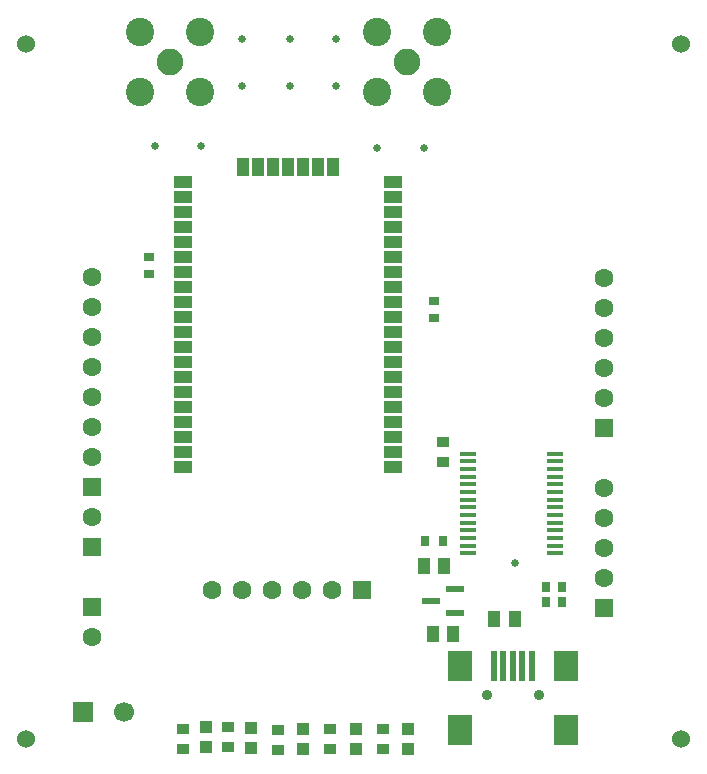
<source format=gbr>
%TF.GenerationSoftware,Altium Limited,Altium NEXUS,2.1.7 (73)*%
G04 Layer_Color=255*
%FSLAX44Y44*%
%MOMM*%
%TF.FileFunction,Pads,Top*%
%TF.Part,Single*%
G01*
G75*
%TA.AperFunction,SMDPad,CuDef*%
%ADD12R,1.6100X0.6100*%
%ADD13R,1.1000X1.3800*%
%ADD14R,1.0000X0.9000*%
%ADD15R,1.0000X1.1000*%
%ADD16R,2.0000X2.5000*%
%ADD17R,0.5000X2.5000*%
%ADD18R,0.8000X0.9000*%
%ADD19R,1.3970X0.3480*%
%ADD20R,0.9000X0.8000*%
%ADD21R,1.0160X1.5240*%
%ADD22R,1.5240X1.0160*%
%ADD23R,0.7000X0.9000*%
%TA.AperFunction,ViaPad*%
%ADD24C,0.6500*%
%TA.AperFunction,WasherPad*%
%ADD25C,1.5240*%
%TA.AperFunction,ComponentPad*%
%ADD26C,0.9000*%
%ADD27R,1.6000X1.6000*%
%ADD28C,1.6000*%
%ADD29C,2.4000*%
%ADD30C,2.2500*%
%ADD31R,1.7000X1.7000*%
%ADD32C,1.7000*%
%ADD33R,1.6000X1.6000*%
D12*
X627590Y415290D02*
D03*
X647490Y425540D02*
D03*
Y405040D02*
D03*
D13*
X628910Y387350D02*
D03*
X646170D02*
D03*
X638550Y444500D02*
D03*
X621290D02*
D03*
X680980Y400050D02*
D03*
X698240D02*
D03*
D14*
X586740Y289950D02*
D03*
Y306950D02*
D03*
X637540Y532520D02*
D03*
Y549520D02*
D03*
X542290Y289950D02*
D03*
Y306950D02*
D03*
X497840Y288680D02*
D03*
Y305680D02*
D03*
X455930Y308220D02*
D03*
Y291220D02*
D03*
X417830Y306950D02*
D03*
Y289950D02*
D03*
D15*
X608330D02*
D03*
Y306950D02*
D03*
X563880Y289950D02*
D03*
Y306950D02*
D03*
X519430Y289950D02*
D03*
Y306950D02*
D03*
X474980Y290340D02*
D03*
Y307340D02*
D03*
X436880Y291220D02*
D03*
Y308220D02*
D03*
D16*
X741420Y305580D02*
D03*
X652220D02*
D03*
X741420Y360380D02*
D03*
X652220D02*
D03*
D17*
X712820D02*
D03*
X704820D02*
D03*
X696820D02*
D03*
X688820D02*
D03*
X680820D02*
D03*
D18*
X738520Y414020D02*
D03*
X724520D02*
D03*
X738520Y426720D02*
D03*
X724520D02*
D03*
D19*
X659130Y455400D02*
D03*
Y461900D02*
D03*
Y468400D02*
D03*
Y474900D02*
D03*
Y481400D02*
D03*
Y487900D02*
D03*
Y494400D02*
D03*
Y500900D02*
D03*
Y507400D02*
D03*
Y513900D02*
D03*
Y520400D02*
D03*
Y526900D02*
D03*
Y533400D02*
D03*
Y539900D02*
D03*
X732250Y455400D02*
D03*
Y461900D02*
D03*
Y468400D02*
D03*
Y474900D02*
D03*
Y481400D02*
D03*
Y494400D02*
D03*
Y487900D02*
D03*
Y500900D02*
D03*
Y507400D02*
D03*
Y513900D02*
D03*
Y520400D02*
D03*
Y526900D02*
D03*
Y533400D02*
D03*
Y539900D02*
D03*
D20*
X388620Y706150D02*
D03*
Y692150D02*
D03*
X629920Y654670D02*
D03*
Y668670D02*
D03*
D21*
X544830Y782320D02*
D03*
X532130D02*
D03*
X519430D02*
D03*
X506730D02*
D03*
X494030D02*
D03*
X481330D02*
D03*
X468630D02*
D03*
D22*
X417830Y769620D02*
D03*
Y756920D02*
D03*
Y744220D02*
D03*
Y731520D02*
D03*
Y718820D02*
D03*
Y706120D02*
D03*
Y693420D02*
D03*
Y680720D02*
D03*
Y668020D02*
D03*
Y655320D02*
D03*
Y642620D02*
D03*
Y629920D02*
D03*
Y617220D02*
D03*
Y604520D02*
D03*
Y591820D02*
D03*
Y579120D02*
D03*
Y566420D02*
D03*
Y553720D02*
D03*
Y541020D02*
D03*
Y528320D02*
D03*
X595630D02*
D03*
Y541020D02*
D03*
Y553720D02*
D03*
Y566420D02*
D03*
Y579120D02*
D03*
Y591820D02*
D03*
Y604520D02*
D03*
Y617220D02*
D03*
Y629920D02*
D03*
Y642620D02*
D03*
Y655320D02*
D03*
Y668020D02*
D03*
Y680720D02*
D03*
Y693420D02*
D03*
Y706120D02*
D03*
Y718820D02*
D03*
Y731520D02*
D03*
Y744220D02*
D03*
Y756920D02*
D03*
Y769620D02*
D03*
D23*
X622420Y466090D02*
D03*
X637420D02*
D03*
D24*
X698500Y447040D02*
D03*
X393700Y800100D02*
D03*
X621660Y798830D02*
D03*
X581660D02*
D03*
X433070Y800100D02*
D03*
X547370Y850900D02*
D03*
X508000D02*
D03*
X467360D02*
D03*
X547370Y890900D02*
D03*
X508000D02*
D03*
X467360D02*
D03*
D25*
X284480Y886460D02*
D03*
X839470D02*
D03*
Y298450D02*
D03*
X284480D02*
D03*
D26*
X718820Y335280D02*
D03*
X674820D02*
D03*
D27*
X340360Y461010D02*
D03*
X774370Y561340D02*
D03*
X340360Y410210D02*
D03*
Y511810D02*
D03*
X774370Y408940D02*
D03*
D28*
X340360Y486410D02*
D03*
X774370Y586740D02*
D03*
Y612140D02*
D03*
Y637540D02*
D03*
Y662940D02*
D03*
Y688340D02*
D03*
X340360Y384810D02*
D03*
Y689610D02*
D03*
Y664210D02*
D03*
Y638810D02*
D03*
Y613410D02*
D03*
Y588010D02*
D03*
Y562610D02*
D03*
Y537210D02*
D03*
X774370Y434340D02*
D03*
Y459740D02*
D03*
Y485140D02*
D03*
Y510540D02*
D03*
X543560Y424180D02*
D03*
X518160D02*
D03*
X492760D02*
D03*
X467360D02*
D03*
X441960D02*
D03*
D29*
X581650Y845970D02*
D03*
Y896770D02*
D03*
X632450D02*
D03*
Y845970D02*
D03*
X381330Y846020D02*
D03*
Y896820D02*
D03*
X432130D02*
D03*
Y846020D02*
D03*
D30*
X607050Y871370D02*
D03*
X406730Y871420D02*
D03*
D31*
X332740Y321310D02*
D03*
D32*
X367740D02*
D03*
D33*
X568960Y424180D02*
D03*
%TF.MD5,06e7e338d136059d2d3092f0943e194d*%
M02*

</source>
